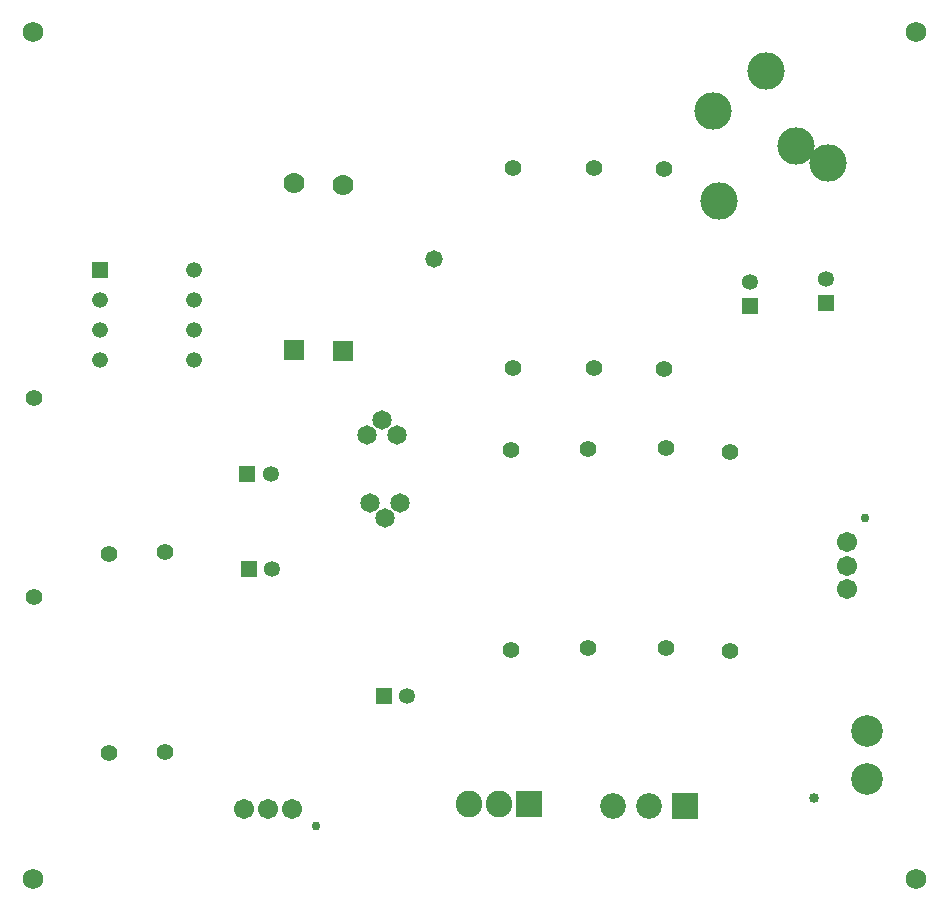
<source format=gts>
G04*
G04 #@! TF.GenerationSoftware,Altium Limited,Altium Designer,23.9.2 (47)*
G04*
G04 Layer_Color=8388736*
%FSLAX44Y44*%
%MOMM*%
G71*
G04*
G04 #@! TF.SameCoordinates,F81C6849-98B2-4F71-9394-E41489A2B151*
G04*
G04*
G04 #@! TF.FilePolarity,Negative*
G04*
G01*
G75*
%ADD13C,1.4032*%
%ADD14R,1.3532X1.3532*%
%ADD15C,1.3532*%
%ADD16C,1.6432*%
%ADD17C,1.7032*%
%ADD18C,0.7532*%
%ADD19C,1.3332*%
%ADD20R,1.3332X1.3332*%
%ADD21C,1.7272*%
%ADD22R,1.3532X1.3532*%
%ADD23C,2.6782*%
%ADD24C,0.8532*%
%ADD25C,3.1582*%
%ADD26C,2.2582*%
%ADD27R,2.2582X2.2582*%
%ADD28C,2.1682*%
%ADD29R,2.1682X2.1682*%
%ADD30R,1.7782X1.7782*%
%ADD31C,1.7782*%
%ADD32C,1.4732*%
D13*
X891540Y647700D02*
D03*
Y478700D02*
D03*
X302260Y524420D02*
D03*
Y693420D02*
D03*
X365760Y392340D02*
D03*
Y561340D02*
D03*
X412750Y393610D02*
D03*
Y562610D02*
D03*
X707390Y887820D02*
D03*
Y718820D02*
D03*
X775970Y887820D02*
D03*
Y718820D02*
D03*
X835660Y886550D02*
D03*
Y717550D02*
D03*
X770890Y650240D02*
D03*
Y481240D02*
D03*
X706120Y648970D02*
D03*
Y479970D02*
D03*
X836930Y650330D02*
D03*
Y481330D02*
D03*
D14*
X908050Y771210D02*
D03*
X972820Y773430D02*
D03*
D15*
X908050Y791210D02*
D03*
X972820Y793430D02*
D03*
X502600Y628650D02*
D03*
X503870Y548640D02*
D03*
X618170Y440690D02*
D03*
D16*
X584200Y661670D02*
D03*
X596900Y674370D02*
D03*
X609600Y661670D02*
D03*
X612140Y604520D02*
D03*
X599440Y591820D02*
D03*
X586740Y604520D02*
D03*
D17*
X520060Y345440D02*
D03*
X500060D02*
D03*
X480060D02*
D03*
X990600Y571180D02*
D03*
Y551180D02*
D03*
Y531180D02*
D03*
D18*
X540560Y330440D02*
D03*
X1005600Y591680D02*
D03*
D19*
X437210Y801370D02*
D03*
Y775970D02*
D03*
Y750570D02*
D03*
Y725170D02*
D03*
X357810D02*
D03*
Y750570D02*
D03*
Y775970D02*
D03*
D20*
Y801370D02*
D03*
D21*
X300990Y285750D02*
D03*
X1049020D02*
D03*
X300990Y1003300D02*
D03*
X1049020D02*
D03*
D22*
X482600Y628650D02*
D03*
X483870Y548640D02*
D03*
X598170Y440690D02*
D03*
D23*
X1007110Y370840D02*
D03*
Y410840D02*
D03*
D24*
X962110Y354340D02*
D03*
D25*
X877020Y936280D02*
D03*
X882020Y860280D02*
D03*
X947020Y906280D02*
D03*
X974020Y892280D02*
D03*
X922020Y970280D02*
D03*
D26*
X670560Y349250D02*
D03*
X695910D02*
D03*
D27*
X721260D02*
D03*
D28*
X792560Y347980D02*
D03*
X822960D02*
D03*
D29*
X853360D02*
D03*
D30*
X521970Y734060D02*
D03*
X563880Y732790D02*
D03*
D31*
X521970Y875060D02*
D03*
X563880Y873790D02*
D03*
D32*
X640334Y810604D02*
D03*
M02*

</source>
